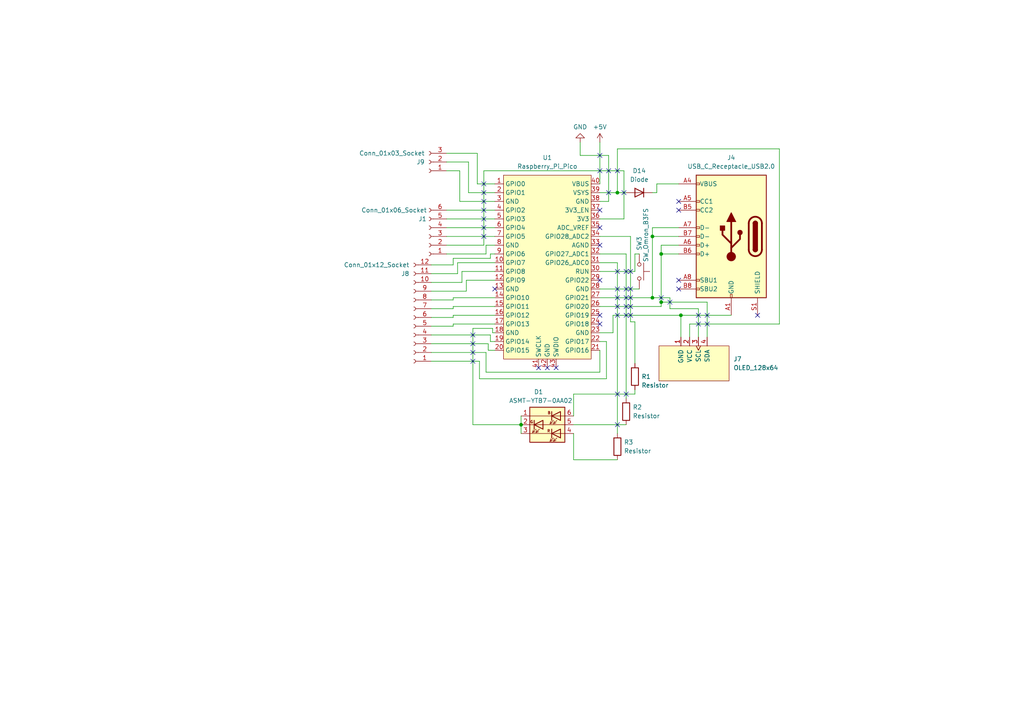
<source format=kicad_sch>
(kicad_sch (version 20230121) (generator eeschema)
  (paper "A4")
  (lib_symbols
    (symbol "Connector:Conn_01x03_Socket" (pin_names (offset 1.016) hide)
      (property "Reference" "J" (at 0 5.08 0))
      (property "Value" "Conn_01x03_Socket" (at 0 -5.08 0))
      (symbol "Conn_01x03_Socket_1_1"
        (arc (start 0 -2.032) (mid -0.5058 -2.54) (end 0 -3.048) (stroke (width 0.1524)))
        (polyline (pts (xy -1.27 -2.54) (xy -0.508 -2.54)) (stroke (width 0.1524)))
        (polyline (pts (xy -1.27 0) (xy -0.508 0)) (stroke (width 0.1524)))
        (polyline (pts (xy -1.27 2.54) (xy -0.508 2.54)) (stroke (width 0.1524)))
        (arc (start 0 0.508) (mid -0.5058 0) (end 0 -0.508) (stroke (width 0.1524)))
        (arc (start 0 3.048) (mid -0.5058 2.54) (end 0 2.032) (stroke (width 0.1524)))
        (pin passive line (at -5.08 2.54 0) (length 3.81) (name "Pin_1") (number "1"))
        (pin passive line (at -5.08 0 0) (length 3.81) (name "Pin_2") (number "2"))
        (pin passive line (at -5.08 -2.54 0) (length 3.81) (name "Pin_3") (number "3"))
      )
    )
    (symbol "Connector:Conn_01x06_Socket" (pin_names (offset 1.016) hide)
      (property "Reference" "J" (at 0 7.62 0))
      (property "Value" "Conn_01x06_Socket" (at 0 -10.16 0))
      (symbol "Conn_01x06_Socket_1_1"
        (arc (start 0 -7.112) (mid -0.5058 -7.62) (end 0 -8.128) (stroke (width 0.1524)))
        (arc (start 0 -4.572) (mid -0.5058 -5.08) (end 0 -5.588) (stroke (width 0.1524)))
        (arc (start 0 -2.032) (mid -0.5058 -2.54) (end 0 -3.048) (stroke (width 0.1524)))
        (polyline (pts (xy -1.27 -7.62) (xy -0.508 -7.62)) (stroke (width 0.1524)))
        (polyline (pts (xy -1.27 -5.08) (xy -0.508 -5.08)) (stroke (width 0.1524)))
        (polyline (pts (xy -1.27 -2.54) (xy -0.508 -2.54)) (stroke (width 0.1524)))
        (polyline (pts (xy -1.27 0) (xy -0.508 0)) (stroke (width 0.1524)))
        (polyline (pts (xy -1.27 2.54) (xy -0.508 2.54)) (stroke (width 0.1524)))
        (polyline (pts (xy -1.27 5.08) (xy -0.508 5.08)) (stroke (width 0.1524)))
        (arc (start 0 0.508) (mid -0.5058 0) (end 0 -0.508) (stroke (width 0.1524)))
        (arc (start 0 3.048) (mid -0.5058 2.54) (end 0 2.032) (stroke (width 0.1524)))
        (arc (start 0 5.588) (mid -0.5058 5.08) (end 0 4.572) (stroke (width 0.1524)))
        (pin passive line (at -5.08 5.08 0) (length 3.81) (name "Pin_1") (number "1"))
        (pin passive line (at -5.08 2.54 0) (length 3.81) (name "Pin_2") (number "2"))
        (pin passive line (at -5.08 0 0) (length 3.81) (name "Pin_3") (number "3"))
        (pin passive line (at -5.08 -2.54 0) (length 3.81) (name "Pin_4") (number "4"))
        (pin passive line (at -5.08 -5.08 0) (length 3.81) (name "Pin_5") (number "5"))
        (pin passive line (at -5.08 -7.62 0) (length 3.81) (name "Pin_6") (number "6"))
      )
    )
    (symbol "Connector:Conn_01x12_Socket" (pin_names (offset 1.016) hide)
      (property "Reference" "J" (at 0 15.24 0))
      (property "Value" "Conn_01x12_Socket" (at 0 -17.78 0))
      (symbol "Conn_01x12_Socket_1_1"
        (arc (start 0 -14.732) (mid -0.5058 -15.24) (end 0 -15.748) (stroke (width 0.1524)))
        (arc (start 0 -12.192) (mid -0.5058 -12.7) (end 0 -13.208) (stroke (width 0.1524)))
        (arc (start 0 -9.652) (mid -0.5058 -10.16) (end 0 -10.668) (stroke (width 0.1524)))
        (arc (start 0 -7.112) (mid -0.5058 -7.62) (end 0 -8.128) (stroke (width 0.1524)))
        (arc (start 0 -4.572) (mid -0.5058 -5.08) (end 0 -5.588) (stroke (width 0.1524)))
        (arc (start 0 -2.032) (mid -0.5058 -2.54) (end 0 -3.048) (stroke (width 0.1524)))
        (polyline (pts (xy -1.27 -15.24) (xy -0.508 -15.24)) (stroke (width 0.1524)))
        (polyline (pts (xy -1.27 -12.7) (xy -0.508 -12.7)) (stroke (width 0.1524)))
        (polyline (pts (xy -1.27 -10.16) (xy -0.508 -10.16)) (stroke (width 0.1524)))
        (polyline (pts (xy -1.27 -7.62) (xy -0.508 -7.62)) (stroke (width 0.1524)))
        (polyline (pts (xy -1.27 -5.08) (xy -0.508 -5.08)) (stroke (width 0.1524)))
        (polyline (pts (xy -1.27 -2.54) (xy -0.508 -2.54)) (stroke (width 0.1524)))
        (polyline (pts (xy -1.27 0) (xy -0.508 0)) (stroke (width 0.1524)))
        (polyline (pts (xy -1.27 2.54) (xy -0.508 2.54)) (stroke (width 0.1524)))
        (polyline (pts (xy -1.27 5.08) (xy -0.508 5.08)) (stroke (width 0.1524)))
        (polyline (pts (xy -1.27 7.62) (xy -0.508 7.62)) (stroke (width 0.1524)))
        (polyline (pts (xy -1.27 10.16) (xy -0.508 10.16)) (stroke (width 0.1524)))
        (polyline (pts (xy -1.27 12.7) (xy -0.508 12.7)) (stroke (width 0.1524)))
        (arc (start 0 0.508) (mid -0.5058 0) (end 0 -0.508) (stroke (width 0.1524)))
        (arc (start 0 3.048) (mid -0.5058 2.54) (end 0 2.032) (stroke (width 0.1524)))
        (arc (start 0 5.588) (mid -0.5058 5.08) (end 0 4.572) (stroke (width 0.1524)))
        (arc (start 0 8.128) (mid -0.5058 7.62) (end 0 7.112) (stroke (width 0.1524)))
        (arc (start 0 10.668) (mid -0.5058 10.16) (end 0 9.652) (stroke (width 0.1524)))
        (arc (start 0 13.208) (mid -0.5058 12.7) (end 0 12.192) (stroke (width 0.1524)))
        (pin passive line (at -5.08 12.7 0) (length 3.81) (name "Pin_1") (number "1"))
        (pin passive line (at -5.08 -10.16 0) (length 3.81) (name "Pin_10") (number "10"))
        (pin passive line (at -5.08 -12.7 0) (length 3.81) (name "Pin_11") (number "11"))
        (pin passive line (at -5.08 -15.24 0) (length 3.81) (name "Pin_12") (number "12"))
        (pin passive line (at -5.08 10.16 0) (length 3.81) (name "Pin_2") (number "2"))
        (pin passive line (at -5.08 7.62 0) (length 3.81) (name "Pin_3") (number "3"))
        (pin passive line (at -5.08 5.08 0) (length 3.81) (name "Pin_4") (number "4"))
        (pin passive line (at -5.08 2.54 0) (length 3.81) (name "Pin_5") (number "5"))
        (pin passive line (at -5.08 0 0) (length 3.81) (name "Pin_6") (number "6"))
        (pin passive line (at -5.08 -2.54 0) (length 3.81) (name "Pin_7") (number "7"))
        (pin passive line (at -5.08 -5.08 0) (length 3.81) (name "Pin_8") (number "8"))
        (pin passive line (at -5.08 -7.62 0) (length 3.81) (name "Pin_9") (number "9"))
      )
    )
    (symbol "Connector:USB_C_Receptacle_USB2.0" (pin_names (offset 1.016))
      (property "Reference" "J" (at -10.16 19.05 0))
      (property "Value" "USB_C_Receptacle_USB2.0" (at 19.05 19.05 0))
      (symbol "USB_C_Receptacle_USB2.0_0_0"
        (rectangle (start -0.254 -17.78) (end 0.254 -16.764))
        (rectangle (start 10.16 -14.986) (end 9.144 -15.494))
        (rectangle (start 10.16 -12.446) (end 9.144 -12.954))
        (rectangle (start 10.16 -4.826) (end 9.144 -5.334))
        (rectangle (start 10.16 -2.286) (end 9.144 -2.794))
        (rectangle (start 10.16 0.254) (end 9.144 -0.254))
        (rectangle (start 10.16 2.794) (end 9.144 2.286))
        (rectangle (start 10.16 7.874) (end 9.144 7.366))
        (rectangle (start 10.16 10.414) (end 9.144 9.906))
        (rectangle (start 10.16 15.494) (end 9.144 14.986))
      )
      (symbol "USB_C_Receptacle_USB2.0_0_1"
        (rectangle (start -10.16 17.78) (end 10.16 -17.78) (stroke (width 0.254)) (fill (type background)))
        (arc (start -8.89 -3.81) (mid -6.985 -5.7067) (end -5.08 -3.81) (stroke (width 0.508)))
        (arc (start -7.62 -3.81) (mid -6.985 -4.4423) (end -6.35 -3.81) (stroke (width 0.254)))
        (arc (start -7.62 -3.81) (mid -6.985 -4.4423) (end -6.35 -3.81) (stroke (width 0.254)) (fill (type outline)))
        (rectangle (start -7.62 -3.81) (end -6.35 3.81) (stroke (width 0.254)) (fill (type outline)))
        (arc (start -6.35 3.81) (mid -6.985 4.4423) (end -7.62 3.81) (stroke (width 0.254)))
        (arc (start -6.35 3.81) (mid -6.985 4.4423) (end -7.62 3.81) (stroke (width 0.254)) (fill (type outline)))
        (arc (start -5.08 3.81) (mid -6.985 5.7067) (end -8.89 3.81) (stroke (width 0.508)))
        (circle (center -2.54 1.143) (radius 0.635) (stroke (width 0.254)) (fill (type outline)))
        (circle (center 0 -5.842) (radius 1.27) (fill (type outline)))
        (polyline (pts (xy -8.89 -3.81) (xy -8.89 3.81)) (stroke (width 0.508)))
        (polyline (pts (xy -5.08 3.81) (xy -5.08 -3.81)) (stroke (width 0.508)))
        (polyline (pts (xy 0 -5.842) (xy 0 4.318)) (stroke (width 0.508)))
        (polyline (pts (xy 0 -3.302) (xy -2.54 -0.762) (xy -2.54 0.508)) (stroke (width 0.508)))
        (polyline (pts (xy 0 -2.032) (xy 2.54 0.508) (xy 2.54 1.778)) (stroke (width 0.508)))
        (polyline (pts (xy -1.27 4.318) (xy 0 6.858) (xy 1.27 4.318) (xy -1.27 4.318)) (stroke (width 0.254)) (fill (type outline)))
        (rectangle (start 1.905 1.778) (end 3.175 3.048) (stroke (width 0.254)) (fill (type outline)))
      )
      (symbol "USB_C_Receptacle_USB2.0_1_1"
        (pin passive line (at 0 -22.86 90) (length 5.08) (name "GND") (number "A1"))
        (pin passive line (at 0 -22.86 90) (length 5.08) hide (name "GND") (number "A12"))
        (pin passive line (at 15.24 15.24 180) (length 5.08) (name "VBUS") (number "A4"))
        (pin bidirectional line (at 15.24 10.16 180) (length 5.08) (name "CC1") (number "A5"))
        (pin bidirectional line (at 15.24 -2.54 180) (length 5.08) (name "D+") (number "A6"))
        (pin bidirectional line (at 15.24 2.54 180) (length 5.08) (name "D-") (number "A7"))
        (pin bidirectional line (at 15.24 -12.7 180) (length 5.08) (name "SBU1") (number "A8"))
        (pin passive line (at 15.24 15.24 180) (length 5.08) hide (name "VBUS") (number "A9"))
        (pin passive line (at 0 -22.86 90) (length 5.08) hide (name "GND") (number "B1"))
        (pin passive line (at 0 -22.86 90) (length 5.08) hide (name "GND") (number "B12"))
        (pin passive line (at 15.24 15.24 180) (length 5.08) hide (name "VBUS") (number "B4"))
        (pin bidirectional line (at 15.24 7.62 180) (length 5.08) (name "CC2") (number "B5"))
        (pin bidirectional line (at 15.24 -5.08 180) (length 5.08) (name "D+") (number "B6"))
        (pin bidirectional line (at 15.24 0 180) (length 5.08) (name "D-") (number "B7"))
        (pin bidirectional line (at 15.24 -15.24 180) (length 5.08) (name "SBU2") (number "B8"))
        (pin passive line (at 15.24 15.24 180) (length 5.08) hide (name "VBUS") (number "B9"))
        (pin passive line (at -7.62 -22.86 90) (length 5.08) (name "SHIELD") (number "S1"))
      )
    )
    (symbol "LED:ASMT-YTB7-0AA02" (pin_names hide)
      (property "Reference" "D" (at -5.08 6.35 0))
      (property "Value" "ASMT-YTB7-0AA02" (at -5.08 -6.35 0))
      (symbol "ASMT-YTB7-0AA02_0_0"
        (text "B" (at -0.508 -3.4544 0) (effects (font (size 0.762 0.762))))
        (text "G" (at 4.5466 -0.8382 0) (effects (font (size 0.762 0.762))))
        (text "R" (at -0.381 1.8034 0) (effects (font (size 0.762 0.762))))
      )
      (symbol "ASMT-YTB7-0AA02_0_1"
        (rectangle (start -5.08 5.08) (end 5.08 -5.08) (stroke (width 0.254)) (fill (type background)))
        (polyline (pts (xy -5.08 -2.54) (xy 5.08 -2.54)))
        (polyline (pts (xy -5.08 0) (xy 5.08 0)))
        (polyline (pts (xy -5.08 2.54) (xy 5.08 2.54)))
        (polyline (pts (xy -2.794 -1.27) (xy -1.778 -0.254)))
        (polyline (pts (xy -2.794 3.81) (xy -1.778 4.826)))
        (polyline (pts (xy -1.778 -1.27) (xy -0.762 -0.254)))
        (polyline (pts (xy -1.778 3.81) (xy -0.762 4.826)))
        (polyline (pts (xy -1.27 -1.27) (xy -1.27 -3.81)) (stroke (width 0.254)))
        (polyline (pts (xy -1.27 3.81) (xy -1.27 1.27)) (stroke (width 0.254)))
        (polyline (pts (xy 2.286 1.27) (xy 3.302 2.286)))
        (polyline (pts (xy 3.302 1.27) (xy 4.318 2.286)))
        (polyline (pts (xy 3.81 1.27) (xy 3.81 -1.27)) (stroke (width 0.254)))
        (polyline (pts (xy -2.54 4.572) (xy -1.778 4.826) (xy -2.032 4.064)))
        (polyline (pts (xy -2.032 -1.016) (xy -1.778 -0.254) (xy -2.54 -0.508)))
        (polyline (pts (xy -1.524 -0.508) (xy -0.762 -0.254) (xy -1.016 -1.016)))
        (polyline (pts (xy -1.524 4.572) (xy -0.762 4.826) (xy -1.016 4.064)))
        (polyline (pts (xy 3.048 1.524) (xy 3.302 2.286) (xy 2.54 2.032)))
        (polyline (pts (xy 3.556 2.032) (xy 4.318 2.286) (xy 4.064 1.524)))
        (polyline (pts (xy -3.81 -1.27) (xy -3.81 -3.81) (xy -1.27 -2.54) (xy -3.81 -1.27)) (stroke (width 0.254)))
        (polyline (pts (xy -3.81 3.81) (xy -3.81 1.27) (xy -1.27 2.54) (xy -3.81 3.81)) (stroke (width 0.254)))
        (polyline (pts (xy 1.27 1.27) (xy 1.27 -1.27) (xy 3.81 0) (xy 1.27 1.27)) (stroke (width 0.254)))
      )
      (symbol "ASMT-YTB7-0AA02_1_1"
        (pin passive line (at 7.62 -2.54 180) (length 2.54) (name "KB") (number "1"))
        (pin passive line (at 7.62 0 180) (length 2.54) (name "KG") (number "2"))
        (pin passive line (at 7.62 2.54 180) (length 2.54) (name "KR") (number "3"))
        (pin passive line (at -7.62 2.54 0) (length 2.54) (name "AR") (number "4"))
        (pin passive line (at -7.62 0 0) (length 2.54) (name "AG") (number "5"))
        (pin passive line (at -7.62 -2.54 0) (length 2.54) (name "AB") (number "6"))
      )
    )
    (symbol "ScottoKeebs:MCU_Raspberry_Pi_Pico"
      (property "Reference" "U" (at 0 0 0))
      (property "Value" "Raspberry_Pi_Pico" (at 0 27.94 0))
      (symbol "MCU_Raspberry_Pi_Pico_0_1"
        (rectangle (start -12.7 26.67) (end 12.7 -26.67) (fill (type background)))
      )
      (symbol "MCU_Raspberry_Pi_Pico_1_1"
        (pin bidirectional line (at -15.24 24.13 0) (length 2.54) (name "GPIO0") (number "1"))
        (pin bidirectional line (at -15.24 1.27 0) (length 2.54) (name "GPIO7") (number "10"))
        (pin bidirectional line (at -15.24 -1.27 0) (length 2.54) (name "GPIO8") (number "11"))
        (pin bidirectional line (at -15.24 -3.81 0) (length 2.54) (name "GPIO9") (number "12"))
        (pin power_in line (at -15.24 -6.35 0) (length 2.54) (name "GND") (number "13"))
        (pin bidirectional line (at -15.24 -8.89 0) (length 2.54) (name "GPIO10") (number "14"))
        (pin bidirectional line (at -15.24 -11.43 0) (length 2.54) (name "GPIO11") (number "15"))
        (pin bidirectional line (at -15.24 -13.97 0) (length 2.54) (name "GPIO12") (number "16"))
        (pin bidirectional line (at -15.24 -16.51 0) (length 2.54) (name "GPIO13") (number "17"))
        (pin power_in line (at -15.24 -19.05 0) (length 2.54) (name "GND") (number "18"))
        (pin bidirectional line (at -15.24 -21.59 0) (length 2.54) (name "GPIO14") (number "19"))
        (pin bidirectional line (at -15.24 21.59 0) (length 2.54) (name "GPIO1") (number "2"))
        (pin bidirectional line (at -15.24 -24.13 0) (length 2.54) (name "GPIO15") (number "20"))
        (pin bidirectional line (at 15.24 -24.13 180) (length 2.54) (name "GPIO16") (number "21"))
        (pin bidirectional line (at 15.24 -21.59 180) (length 2.54) (name "GPIO17") (number "22"))
        (pin power_in line (at 15.24 -19.05 180) (length 2.54) (name "GND") (number "23"))
        (pin bidirectional line (at 15.24 -16.51 180) (length 2.54) (name "GPIO18") (number "24"))
        (pin bidirectional line (at 15.24 -13.97 180) (length 2.54) (name "GPIO19") (number "25"))
        (pin bidirectional line (at 15.24 -11.43 180) (length 2.54) (name "GPIO20") (number "26"))
        (pin bidirectional line (at 15.24 -8.89 180) (length 2.54) (name "GPIO21") (number "27"))
        (pin power_in line (at 15.24 -6.35 180) (length 2.54) (name "GND") (number "28"))
        (pin bidirectional line (at 15.24 -3.81 180) (length 2.54) (name "GPIO22") (number "29"))
        (pin power_in line (at -15.24 19.05 0) (length 2.54) (name "GND") (number "3"))
        (pin input line (at 15.24 -1.27 180) (length 2.54) (name "RUN") (number "30"))
        (pin bidirectional line (at 15.24 1.27 180) (length 2.54) (name "GPIO26_ADC0") (number "31"))
        (pin bidirectional line (at 15.24 3.81 180) (length 2.54) (name "GPIO27_ADC1") (number "32"))
        (pin power_in line (at 15.24 6.35 180) (length 2.54) (name "AGND") (number "33"))
        (pin bidirectional line (at 15.24 8.89 180) (length 2.54) (name "GPIO28_ADC2") (number "34"))
        (pin power_in line (at 15.24 11.43 180) (length 2.54) (name "ADC_VREF") (number "35"))
        (pin power_in line (at 15.24 13.97 180) (length 2.54) (name "3V3") (number "36"))
        (pin input line (at 15.24 16.51 180) (length 2.54) (name "3V3_EN") (number "37"))
        (pin bidirectional line (at 15.24 19.05 180) (length 2.54) (name "GND") (number "38"))
        (pin power_in line (at 15.24 21.59 180) (length 2.54) (name "VSYS") (number "39"))
        (pin bidirectional line (at -15.24 16.51 0) (length 2.54) (name "GPIO2") (number "4"))
        (pin power_in line (at 15.24 24.13 180) (length 2.54) (name "VBUS") (number "40"))
        (pin input line (at -2.54 -29.21 90) (length 2.54) (name "SWCLK") (number "41"))
        (pin power_in line (at 0 -29.21 90) (length 2.54) (name "GND") (number "42"))
        (pin bidirectional line (at 2.54 -29.21 90) (length 2.54) (name "SWDIO") (number "43"))
        (pin bidirectional line (at -15.24 13.97 0) (length 2.54) (name "GPIO3") (number "5"))
        (pin bidirectional line (at -15.24 11.43 0) (length 2.54) (name "GPIO4") (number "6"))
        (pin bidirectional line (at -15.24 8.89 0) (length 2.54) (name "GPIO5") (number "7"))
        (pin power_in line (at -15.24 6.35 0) (length 2.54) (name "GND") (number "8"))
        (pin bidirectional line (at -15.24 3.81 0) (length 2.54) (name "GPIO6") (number "9"))
      )
    )
    (symbol "ScottoKeebs:OLED_128x64" (pin_names (offset 1.016))
      (property "Reference" "J" (at 0 -11.43 0))
      (property "Value" "OLED_128x64" (at 0 -7.62 0))
      (symbol "OLED_128x64_0_1"
        (rectangle (start 10.16 -10.16) (end -10.16 0) (fill (type background)))
      )
      (symbol "OLED_128x64_1_1"
        (pin power_in line (at -3.81 2.54 270) (length 2.54) (name "GND") (number "1"))
        (pin power_in line (at -1.27 2.54 270) (length 2.54) (name "VCC") (number "2"))
        (pin input clock (at 1.27 2.54 270) (length 2.54) (name "SCL") (number "3"))
        (pin bidirectional line (at 3.81 2.54 270) (length 2.54) (name "SDA") (number "4"))
      )
    )
    (symbol "ScottoKeebs:Placeholder_Diode" (pin_numbers hide) (pin_names hide)
      (property "Reference" "D" (at 0 2.54 0))
      (property "Value" "Diode" (at 0 -2.54 0))
      (symbol "Placeholder_Diode_0_1"
        (polyline (pts (xy -1.27 1.27) (xy -1.27 -1.27)) (stroke (width 0.254)))
        (polyline (pts (xy 1.27 0) (xy -1.27 0)))
        (polyline (pts (xy 1.27 1.27) (xy 1.27 -1.27) (xy -1.27 0) (xy 1.27 1.27)) (stroke (width 0.254)))
      )
      (symbol "Placeholder_Diode_1_1"
        (pin passive line (at -3.81 0 0) (length 2.54) (name "K") (number "1"))
        (pin passive line (at 3.81 0 180) (length 2.54) (name "A") (number "2"))
      )
    )
    (symbol "ScottoKeebs:Placeholder_Resistor" (pin_numbers hide) (pin_names (offset 0))
      (property "Reference" "R" (at 0 2.032 0))
      (property "Value" "Resistor" (at 0 -2.54 0))
      (symbol "Placeholder_Resistor_0_1"
        (rectangle (start 2.54 -1.016) (end -2.54 1.016) (stroke (width 0.254)))
      )
      (symbol "Placeholder_Resistor_1_1"
        (pin passive line (at -3.81 0 0) (length 1.27) (name "~") (number "1"))
        (pin passive line (at 3.81 0 180) (length 1.27) (name "~") (number "2"))
      )
    )
    (symbol "Switch:SW_Omron_B3FS" (pin_numbers hide) (pin_names (offset 1.016) hide)
      (property "Reference" "SW" (at 1.27 2.54 0))
      (property "Value" "SW_Omron_B3FS" (at 0 -1.524 0))
      (symbol "SW_Omron_B3FS_0_1"
        (circle (center -2.032 0) (radius 0.508))
        (polyline (pts (xy 0 1.27) (xy 0 3.048)))
        (polyline (pts (xy 2.54 1.27) (xy -2.54 1.27)))
        (circle (center 2.032 0) (radius 0.508))
        (pin passive line (at -5.08 0 0) (length 2.54) (name "1") (number "1"))
        (pin passive line (at 5.08 0 180) (length 2.54) (name "2") (number "2"))
      )
    )
    (symbol "power:+5V" (power) (pin_names (offset 0))
      (property "Value" "+5V" (at 0 3.556 0))
      (symbol "+5V_0_1"
        (polyline (pts (xy -0.762 1.27) (xy 0 2.54)))
        (polyline (pts (xy 0 0) (xy 0 2.54)))
        (polyline (pts (xy 0 2.54) (xy 0.762 1.27)))
      )
      (symbol "+5V_1_1"
        (pin power_in line (at 0 0 90) (length 0) hide (name "+5V") (number "1"))
      )
    )
    (symbol "power:GND" (power) (pin_names (offset 0))
      (property "Value" "GND" (at 0 -3.81 0))
      (symbol "GND_0_1"
        (polyline (pts (xy 0 0) (xy 0 -1.27) (xy 1.27 -1.27) (xy 0 -2.54) (xy -1.27 -1.27) (xy 0 -1.27)))
      )
      (symbol "GND_1_1"
        (pin power_in line (at 0 0 270) (length 0) hide (name "GND") (number "1"))
      )
    )
  )
  (junction (at 179.07 55.88))
  (junction (at 189.23 86.36))
  (junction (at 197.485 91.44))
  (junction (at 189.23 68.58))
  (junction (at 191.77 73.66))
  (junction (at 191.77 87.63))
  (junction (at 151.13 123.19))
  (no_connect (at 182.88 86.36))
  (no_connect (at 196.85 81.28))
  (no_connect (at 137.16 97.155))
  (no_connect (at 176.53 49.53))
  (no_connect (at 181.61 114.3))
  (no_connect (at 205.105 91.44))
  (no_connect (at 140.335 60.96))
  (no_connect (at 140.335 68.58))
  (no_connect (at 137.16 102.235))
  (no_connect (at 158.75 106.68))
  (no_connect (at 194.31 87.63))
  (no_connect (at 180.975 55.88))
  (no_connect (at 140.335 55.88))
  (no_connect (at 179.07 114.3))
  (no_connect (at 173.99 49.53))
  (no_connect (at 173.99 45.085))
  (no_connect (at 182.88 91.44))
  (no_connect (at 173.99 66.04))
  (no_connect (at 196.85 83.82))
  (no_connect (at 137.16 104.775))
  (no_connect (at 182.88 88.9))
  (no_connect (at 179.07 78.74))
  (no_connect (at 181.61 78.74))
  (no_connect (at 140.335 53.34))
  (no_connect (at 140.335 63.5))
  (no_connect (at 202.565 93.98))
  (no_connect (at 181.61 83.82))
  (no_connect (at 143.51 83.82))
  (no_connect (at 181.61 86.36))
  (no_connect (at 191.77 86.36))
  (no_connect (at 182.88 78.74))
  (no_connect (at 156.21 106.68))
  (no_connect (at 179.07 49.53))
  (no_connect (at 179.07 123.19))
  (no_connect (at 140.335 66.04))
  (no_connect (at 182.88 83.82))
  (no_connect (at 140.335 58.42))
  (no_connect (at 179.07 91.44))
  (no_connect (at 181.61 88.9))
  (no_connect (at 196.85 58.42))
  (no_connect (at 173.99 91.44))
  (no_connect (at 173.99 93.98))
  (no_connect (at 173.99 60.96))
  (no_connect (at 173.99 81.28))
  (no_connect (at 181.61 91.44))
  (no_connect (at 179.07 88.9))
  (no_connect (at 179.07 86.36))
  (no_connect (at 196.85 60.96))
  (no_connect (at 202.565 91.44))
  (no_connect (at 137.16 99.695))
  (no_connect (at 179.07 83.82))
  (no_connect (at 161.29 106.68))
  (no_connect (at 176.53 55.88))
  (no_connect (at 219.71 91.44))
  (no_connect (at 205.105 93.98))
  (no_connect (at 173.99 71.12))
  (wire (pts (xy 190.5 53.34) (xy 196.85 53.34)))
  (wire (pts (xy 129.54 66.04) (xy 143.51 66.04)))
  (wire (pts (xy 142.24 97.155) (xy 142.24 99.06)))
  (wire (pts (xy 142.875 95.25) (xy 142.875 96.52)))
  (wire (pts (xy 133.985 78.74) (xy 143.51 78.74)))
  (wire (pts (xy 194.31 89.535) (xy 202.565 89.535)))
  (wire (pts (xy 131.445 76.835) (xy 131.445 74.93)))
  (wire (pts (xy 135.89 55.88) (xy 135.89 46.99)))
  (wire (pts (xy 175.895 99.06) (xy 173.99 99.06)))
  (wire (pts (xy 197.485 91.44) (xy 212.09 91.44)))
  (wire (pts (xy 166.37 133.35) (xy 166.37 125.73)))
  (wire (pts (xy 133.985 81.915) (xy 133.985 78.74)))
  (wire (pts (xy 151.13 120.65) (xy 151.13 123.19)))
  (wire (pts (xy 184.15 105.41) (xy 184.15 93.345)))
  (wire (pts (xy 141.605 101.6) (xy 143.51 101.6)))
  (wire (pts (xy 191.77 71.12) (xy 196.85 71.12)))
  (wire (pts (xy 190.5 55.88) (xy 190.5 53.34)))
  (wire (pts (xy 184.15 73.66) (xy 184.15 78.74)))
  (wire (pts (xy 132.715 76.2) (xy 143.51 76.2)))
  (wire (pts (xy 173.99 107.95) (xy 173.99 101.6)))
  (wire (pts (xy 133.35 49.53) (xy 129.54 49.53)))
  (wire (pts (xy 168.275 41.275) (xy 168.275 45.085)))
  (wire (pts (xy 129.54 60.96) (xy 143.51 60.96)))
  (wire (pts (xy 179.07 125.73) (xy 179.07 76.2)))
  (wire (pts (xy 191.77 88.9) (xy 191.77 87.63)))
  (wire (pts (xy 191.77 73.66) (xy 196.85 73.66)))
  (wire (pts (xy 125.095 76.835) (xy 131.445 76.835)))
  (wire (pts (xy 173.99 88.9) (xy 191.77 88.9)))
  (wire (pts (xy 125.095 84.455) (xy 135.255 84.455)))
  (wire (pts (xy 129.54 71.12) (xy 140.335 71.12)))
  (wire (pts (xy 179.07 55.88) (xy 181.61 55.88)))
  (wire (pts (xy 200.025 93.98) (xy 200.025 97.79)))
  (wire (pts (xy 125.095 81.915) (xy 133.985 81.915)))
  (wire (pts (xy 135.89 46.99) (xy 129.54 46.99)))
  (wire (pts (xy 166.37 123.19) (xy 181.61 123.19)))
  (wire (pts (xy 179.07 43.18) (xy 226.06 43.18)))
  (wire (pts (xy 184.15 78.74) (xy 173.99 78.74)))
  (wire (pts (xy 142.875 96.52) (xy 143.51 96.52)))
  (wire (pts (xy 166.37 133.35) (xy 179.07 133.35)))
  (wire (pts (xy 125.095 92.075) (xy 131.445 92.075)))
  (wire (pts (xy 176.53 45.085) (xy 176.53 58.42)))
  (wire (pts (xy 135.255 81.28) (xy 143.51 81.28)))
  (wire (pts (xy 125.095 97.155) (xy 142.24 97.155)))
  (wire (pts (xy 179.07 76.2) (xy 173.99 76.2)))
  (wire (pts (xy 151.13 123.19) (xy 151.13 125.73)))
  (wire (pts (xy 189.23 68.58) (xy 196.85 68.58)))
  (wire (pts (xy 226.06 93.98) (xy 200.025 93.98)))
  (wire (pts (xy 125.095 102.235) (xy 140.97 102.235)))
  (wire (pts (xy 191.77 87.63) (xy 191.77 73.66)))
  (wire (pts (xy 139.065 109.855) (xy 175.895 109.855)))
  (wire (pts (xy 131.445 92.075) (xy 131.445 91.44)))
  (wire (pts (xy 140.335 49.53) (xy 180.975 49.53)))
  (wire (pts (xy 142.24 73.66) (xy 143.51 73.66)))
  (wire (pts (xy 135.255 84.455) (xy 135.255 81.28)))
  (wire (pts (xy 180.975 49.53) (xy 180.975 63.5)))
  (wire (pts (xy 129.54 73.66) (xy 140.97 73.66)))
  (wire (pts (xy 194.31 86.36) (xy 194.31 89.535)))
  (wire (pts (xy 131.445 88.9) (xy 143.51 88.9)))
  (wire (pts (xy 131.445 86.36) (xy 143.51 86.36)))
  (wire (pts (xy 173.99 73.66) (xy 181.61 73.66)))
  (wire (pts (xy 142.24 74.93) (xy 142.24 73.66)))
  (wire (pts (xy 189.23 86.36) (xy 189.23 68.58)))
  (wire (pts (xy 185.42 73.66) (xy 184.15 73.66)))
  (wire (pts (xy 131.445 86.995) (xy 131.445 86.36)))
  (wire (pts (xy 140.97 102.235) (xy 140.97 107.95)))
  (wire (pts (xy 177.8 91.44) (xy 197.485 91.44)))
  (wire (pts (xy 143.51 53.34) (xy 138.43 53.34)))
  (wire (pts (xy 142.24 99.06) (xy 143.51 99.06)))
  (wire (pts (xy 125.095 89.535) (xy 131.445 89.535)))
  (wire (pts (xy 151.13 123.19) (xy 137.16 123.19)))
  (wire (pts (xy 138.43 44.45) (xy 129.54 44.45)))
  (wire (pts (xy 140.97 73.66) (xy 140.97 71.12)))
  (wire (pts (xy 133.35 58.42) (xy 133.35 49.53)))
  (wire (pts (xy 140.335 71.12) (xy 140.335 49.53)))
  (wire (pts (xy 139.065 104.775) (xy 139.065 109.855)))
  (wire (pts (xy 125.095 86.995) (xy 131.445 86.995)))
  (wire (pts (xy 138.43 53.34) (xy 138.43 44.45)))
  (wire (pts (xy 135.89 55.88) (xy 143.51 55.88)))
  (wire (pts (xy 205.105 87.63) (xy 205.105 97.79)))
  (wire (pts (xy 179.07 55.88) (xy 179.07 43.18)))
  (wire (pts (xy 177.8 96.52) (xy 177.8 91.44)))
  (wire (pts (xy 141.605 99.695) (xy 141.605 101.6)))
  (wire (pts (xy 189.23 66.04) (xy 196.85 66.04)))
  (wire (pts (xy 137.16 95.25) (xy 137.16 123.19)))
  (wire (pts (xy 125.095 94.615) (xy 131.445 94.615)))
  (wire (pts (xy 137.16 95.25) (xy 142.875 95.25)))
  (wire (pts (xy 191.77 87.63) (xy 205.105 87.63)))
  (wire (pts (xy 181.61 115.57) (xy 181.61 73.66)))
  (wire (pts (xy 189.23 55.88) (xy 190.5 55.88)))
  (wire (pts (xy 182.88 93.345) (xy 182.88 68.58)))
  (wire (pts (xy 166.37 114.3) (xy 166.37 120.65)))
  (wire (pts (xy 125.095 104.775) (xy 139.065 104.775)))
  (wire (pts (xy 184.15 93.345) (xy 182.88 93.345)))
  (wire (pts (xy 173.99 83.82) (xy 185.42 83.82)))
  (wire (pts (xy 129.54 68.58) (xy 143.51 68.58)))
  (wire (pts (xy 125.095 79.375) (xy 132.715 79.375)))
  (wire (pts (xy 125.095 99.695) (xy 141.605 99.695)))
  (wire (pts (xy 184.15 113.03) (xy 184.15 114.3)))
  (wire (pts (xy 140.97 107.95) (xy 173.99 107.95)))
  (wire (pts (xy 202.565 89.535) (xy 202.565 97.79)))
  (wire (pts (xy 173.99 96.52) (xy 177.8 96.52)))
  (wire (pts (xy 189.23 68.58) (xy 189.23 66.04)))
  (wire (pts (xy 166.37 114.3) (xy 184.15 114.3)))
  (wire (pts (xy 131.445 89.535) (xy 131.445 88.9)))
  (wire (pts (xy 189.23 86.36) (xy 194.31 86.36)))
  (wire (pts (xy 129.54 63.5) (xy 143.51 63.5)))
  (wire (pts (xy 168.275 45.085) (xy 176.53 45.085)))
  (wire (pts (xy 131.445 74.93) (xy 142.24 74.93)))
  (wire (pts (xy 175.895 109.855) (xy 175.895 99.06)))
  (wire (pts (xy 180.975 63.5) (xy 173.99 63.5)))
  (wire (pts (xy 143.51 58.42) (xy 133.35 58.42)))
  (wire (pts (xy 173.99 41.275) (xy 173.99 53.34)))
  (wire (pts (xy 131.445 93.98) (xy 143.51 93.98)))
  (wire (pts (xy 176.53 58.42) (xy 173.99 58.42)))
  (wire (pts (xy 226.06 43.18) (xy 226.06 93.98)))
  (wire (pts (xy 173.99 55.88) (xy 179.07 55.88)))
  (wire (pts (xy 191.77 73.66) (xy 191.77 71.12)))
  (wire (pts (xy 131.445 91.44) (xy 143.51 91.44)))
  (wire (pts (xy 173.99 86.36) (xy 189.23 86.36)))
  (wire (pts (xy 132.715 79.375) (xy 132.715 76.2)))
  (wire (pts (xy 197.485 91.44) (xy 197.485 97.79)))
  (wire (pts (xy 140.97 71.12) (xy 143.51 71.12)))
  (wire (pts (xy 131.445 94.615) (xy 131.445 93.98)))
  (wire (pts (xy 182.88 68.58) (xy 173.99 68.58)))
  (symbol (lib_id "ScottoKeebs:MCU_Raspberry_Pi_Pico") (at 158.75 77.47 0) (unit 1)
    (property "Reference" "U1" (at 158.75 45.72 0))
    (property "Value" "Raspberry_Pi_Pico" (at 158.75 48.26 0))
    (property "Footprint" "ScottoKeebs_MCU:Raspberry_Pi_Pico" (effects hide))
  )
  (symbol (lib_id "ScottoKeebs:Placeholder_Resistor") (at 179.07 129.54 90) (unit 1)
    (property "Reference" "R3" (at 180.975 128.27 90) (effects (justify right)))
    (property "Value" "Resistor" (at 180.975 130.81 90) (effects (justify right)))
    (property "Footprint" "Resistor_THT:R_Axial_DIN0204_L3.6mm_D1.6mm_P5.08mm_Horizontal" (effects hide))
  )
  (symbol (lib_id "power:GND") (at 168.275 41.275 180) (unit 1)
    (property "Reference" "#PWR02" (effects hide))
    (property "Value" "GND" (at 168.275 36.83 0))
  )
  (symbol (lib_id "ScottoKeebs:Placeholder_Diode") (at 185.42 55.88 0) (mirror y) (unit 1)
    (property "Reference" "D14" (at 185.42 49.53 0))
    (property "Value" "Diode" (at 185.42 52.07 0))
    (property "Footprint" "ScottoKeebs_Components:Diode_DO-35" (effects hide))
    (property "Sim.Device" "D" (effects hide))
    (property "Sim.Pins" "1=K 2=A" (effects hide))
  )
  (symbol (lib_id "Switch:SW_Omron_B3FS") (at 185.42 78.74 270) (mirror x) (unit 1)
    (property "Reference" "SW3" (at 185.42 68.58 0) (effects (justify right)))
    (property "Value" "SW_Omron_B3FS" (at 187.325 60.325 0) (effects (justify right)))
    (property "Footprint" "Button_Switch_SMD:SW_SPST_Omron_B3FS-101xP" (effects hide))
    (property "Datasheet" "https://omronfs.omron.com/en_US/ecb/products/pdf/en-b3fs.pdf" (effects hide))
  )
  (symbol (lib_id "ScottoKeebs:Placeholder_Resistor") (at 181.61 119.38 90) (unit 1)
    (property "Reference" "R2" (at 183.515 118.11 90) (effects (justify right)))
    (property "Value" "Resistor" (at 183.515 120.65 90) (effects (justify right)))
    (property "Footprint" "Resistor_THT:R_Axial_DIN0204_L3.6mm_D1.6mm_P5.08mm_Horizontal" (effects hide))
  )
  (symbol (lib_id "Connector:Conn_01x12_Socket") (at 120.015 92.075 180) (unit 1)
    (property "Reference" "J8" (at 118.745 79.375 0) (effects (justify left)))
    (property "Value" "Conn_01x12_Socket" (at 118.745 76.835 0) (effects (justify left)))
    (property "Footprint" "Connector_JST:JST_GH_SM12B-GHS-TB_1x12-1MP_P1.25mm_Horizontal" (effects hide))
  )
  (symbol (lib_id "Connector:USB_C_Receptacle_USB2.0") (at 212.09 68.58 0) (mirror y) (unit 1)
    (property "Reference" "J4" (at 212.09 45.72 0))
    (property "Value" "USB_C_Receptacle_USB2.0" (at 212.09 48.26 0))
    (property "Footprint" "Connector_USB:USB_C_Receptacle_GCT_USB4110" (effects hide))
    (property "Datasheet" "https://www.usb.org/sites/default/files/documents/usb_type-c.zip" (effects hide))
  )
  (symbol (lib_id "Connector:Conn_01x06_Socket") (at 124.46 68.58 180) (unit 1)
    (property "Reference" "J1" (at 122.555 63.5 0))
    (property "Value" "Conn_01x06_Socket" (at 114.3 60.96 0))
    (property "Footprint" "Connector_JST:JST_SH_SM06B-SRSS-TB_1x06-1MP_P1.00mm_Horizontal" (effects hide))
  )
  (symbol (lib_id "Connector:Conn_01x03_Socket") (at 124.46 46.99 180) (unit 1)
    (property "Reference" "J9" (at 123.19 46.99 0) (effects (justify left)))
    (property "Value" "Conn_01x03_Socket" (at 123.19 44.45 0) (effects (justify left)))
    (property "Footprint" "Connector_JST:JST_SH_SM03B-SRSS-TB_1x03-1MP_P1.00mm_Horizontal" (effects hide))
  )
  (symbol (lib_id "power:+5V") (at 173.99 41.275 0) (unit 1)
    (property "Reference" "#PWR01" (effects hide))
    (property "Value" "+5V" (at 173.99 36.83 0))
  )
  (symbol (lib_id "ScottoKeebs:OLED_128x64") (at 201.295 100.33 0) (unit 1)
    (property "Reference" "J7" (at 212.725 104.14 0) (effects (justify left)))
    (property "Value" "OLED_128x64" (at 212.725 106.68 0) (effects (justify left)))
    (property "Footprint" "ScottoKeebs_Components:OLED_128x64" (effects hide))
  )
  (symbol (lib_id "LED:ASMT-YTB7-0AA02") (at 158.75 123.19 180) (unit 1)
    (property "Reference" "D1" (at 156.21 113.665 0))
    (property "Value" "ASMT-YTB7-0AA02" (at 156.845 116.205 0))
    (property "Footprint" "LED_SMD:LED_Avago_PLCC6_3x2.8mm" (effects hide))
    (property "Datasheet" "https://docs.broadcom.com/docs/AV02-3793EN" (effects hide))
  )
  (symbol (lib_id "ScottoKeebs:Placeholder_Resistor") (at 184.15 109.22 90) (unit 1)
    (property "Reference" "R1" (at 186.055 109.22 90) (effects (justify right)))
    (property "Value" "Resistor" (at 186.055 111.76 90) (effects (justify right)))
    (property "Footprint" "Resistor_THT:R_Axial_DIN0204_L3.6mm_D1.6mm_P5.08mm_Horizontal" (effects hide))
  )
)
</source>
